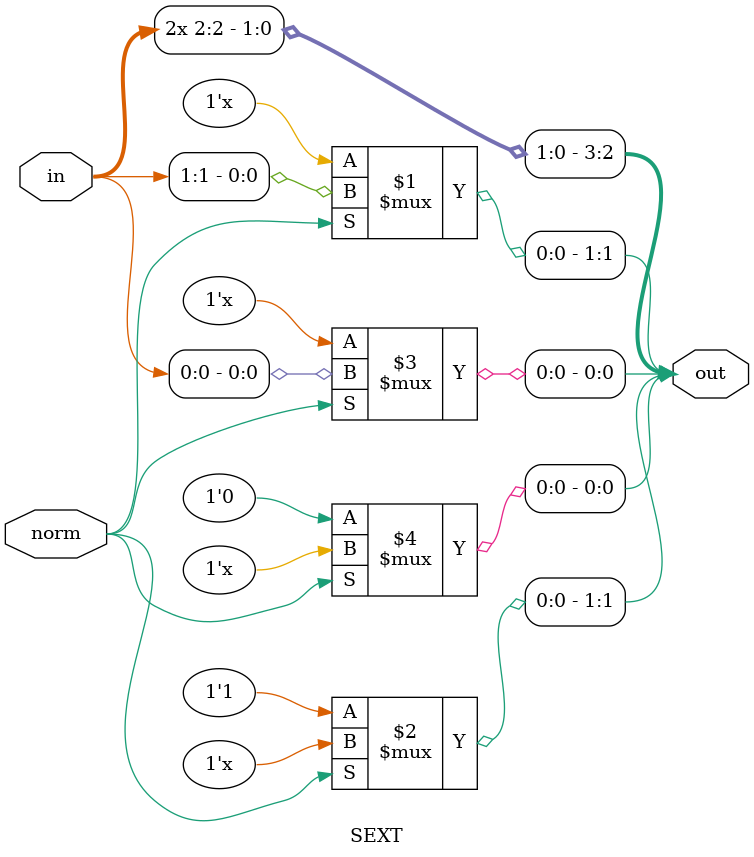
<source format=v>
module SEXT(norm, in, out);
input norm;
input[2:0] in;
output[3:0] out;

buf b3(out[3], in[2]);
buf b2(out[2], in[2]);
bufif1 b1n(out[1], in[1], norm);
bufif0 b1d(out[1], 1'b1, norm);
bufif1 b0n(out[0], in[0], norm);
bufif0 b0d(out[0], 1'b0, norm);

endmodule

</source>
